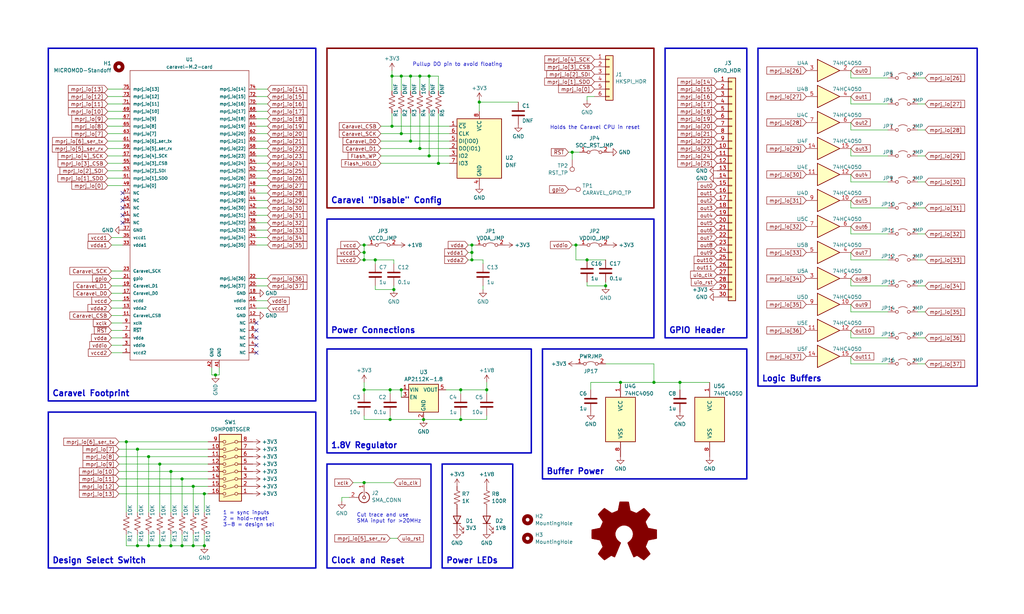
<source format=kicad_sch>
(kicad_sch (version 20230121) (generator eeschema)
  (paper "User" 350.012 210.007)
  (junction (at 212.09 130.81))
  (junction (at 146.685 53.34))
  (junction (at 46.99 186.69))
  (junction (at 54.61 186.69))
  (junction (at 137.16 133.35))
  (junction (at 143.51 50.8))
  (junction (at 62.23 186.69))
  (junction (at 161.29 88.9))
  (junction (at 149.86 55.88))
  (junction (at 144.78 143.51))
  (junction (at 134.62 99.06))
  (junction (at 157.48 143.51))
  (junction (at 50.8 156.21))
  (junction (at 157.48 133.35))
  (junction (at 200.66 88.9))
  (junction (at 223.52 130.81))
  (junction (at 161.29 83.82))
  (junction (at 58.42 186.69))
  (junction (at 43.18 151.13))
  (junction (at 128.27 88.9))
  (junction (at 69.85 186.69))
  (junction (at 46.99 153.67))
  (junction (at 58.42 161.29))
  (junction (at 66.04 186.69))
  (junction (at 133.35 143.51))
  (junction (at 133.35 133.35))
  (junction (at 133.985 26.035))
  (junction (at 196.85 83.82))
  (junction (at 163.83 34.925))
  (junction (at 62.23 163.83))
  (junction (at 124.46 165.1))
  (junction (at 73.66 128.27))
  (junction (at 166.37 133.35))
  (junction (at 124.46 133.35))
  (junction (at 124.46 86.36))
  (junction (at 133.985 43.18))
  (junction (at 161.29 86.36))
  (junction (at 140.335 26.035))
  (junction (at 50.8 186.69))
  (junction (at 140.335 48.26))
  (junction (at 69.85 168.91))
  (junction (at 54.61 158.75))
  (junction (at 137.16 26.035))
  (junction (at 137.16 45.72))
  (junction (at 195.58 52.07))
  (junction (at 143.51 26.035))
  (junction (at 232.41 130.81))
  (junction (at 207.01 97.79))
  (junction (at 66.04 166.37))
  (junction (at 146.685 26.035))
  (junction (at 124.46 88.9))
  (junction (at 124.46 83.82))
  (no_connect (at 41.91 66.04))
  (no_connect (at 87.63 113.03))
  (no_connect (at 41.91 76.2))
  (no_connect (at 41.91 68.58))
  (no_connect (at 41.91 73.66))
  (no_connect (at 87.63 120.65))
  (no_connect (at 41.91 71.12))
  (no_connect (at 87.63 110.49))
  (no_connect (at 87.63 118.11))
  (no_connect (at 87.63 115.57))
  (wire (pts (xy 146.685 26.035) (xy 146.685 31.115)))
  (wire (pts (xy 157.48 133.35) (xy 157.48 134.62)))
  (wire (pts (xy 124.46 133.35) (xy 133.35 133.35)))
  (wire (pts (xy 91.44 63.5) (xy 87.63 63.5)))
  (wire (pts (xy 290.83 124.46) (xy 303.53 124.46)))
  (wire (pts (xy 73.66 128.27) (xy 72.39 128.27)))
  (wire (pts (xy 74.93 128.27) (xy 73.66 128.27)))
  (wire (pts (xy 43.18 151.13) (xy 71.12 151.13)))
  (wire (pts (xy 207.01 88.9) (xy 200.66 88.9)))
  (wire (pts (xy 313.69 80.01) (xy 316.23 80.01)))
  (wire (pts (xy 130.175 55.88) (xy 149.86 55.88)))
  (wire (pts (xy 157.48 143.51) (xy 157.48 142.24)))
  (wire (pts (xy 91.44 30.48) (xy 87.63 30.48)))
  (wire (pts (xy 290.83 26.67) (xy 303.53 26.67)))
  (wire (pts (xy 133.985 24.13) (xy 133.985 26.035)))
  (wire (pts (xy 290.83 80.01) (xy 303.53 80.01)))
  (wire (pts (xy 290.83 44.45) (xy 303.53 44.45)))
  (wire (pts (xy 242.57 130.81) (xy 232.41 130.81)))
  (wire (pts (xy 290.83 115.57) (xy 303.53 115.57)))
  (wire (pts (xy 41.91 53.34) (xy 36.83 53.34)))
  (wire (pts (xy 91.44 45.72) (xy 87.63 45.72)))
  (wire (pts (xy 124.46 88.9) (xy 123.19 88.9)))
  (wire (pts (xy 160.02 88.9) (xy 161.29 88.9)))
  (wire (pts (xy 313.69 71.12) (xy 316.23 71.12)))
  (wire (pts (xy 124.46 133.35) (xy 124.46 134.62)))
  (wire (pts (xy 130.175 53.34) (xy 146.685 53.34)))
  (wire (pts (xy 40.64 153.67) (xy 46.99 153.67)))
  (wire (pts (xy 290.83 35.56) (xy 303.53 35.56)))
  (wire (pts (xy 137.16 45.72) (xy 137.16 38.735)))
  (wire (pts (xy 130.175 50.8) (xy 143.51 50.8)))
  (wire (pts (xy 200.66 97.79) (xy 200.66 96.52)))
  (wire (pts (xy 140.335 31.115) (xy 140.335 26.035)))
  (wire (pts (xy 41.91 33.02) (xy 36.83 33.02)))
  (wire (pts (xy 41.91 115.57) (xy 38.1 115.57)))
  (wire (pts (xy 137.16 26.035) (xy 140.335 26.035)))
  (wire (pts (xy 290.83 106.68) (xy 303.53 106.68)))
  (wire (pts (xy 128.27 88.9) (xy 128.27 90.17)))
  (wire (pts (xy 166.37 130.81) (xy 166.37 133.35)))
  (wire (pts (xy 232.41 130.81) (xy 232.41 133.35)))
  (wire (pts (xy 91.44 83.82) (xy 87.63 83.82)))
  (wire (pts (xy 41.91 102.87) (xy 38.1 102.87)))
  (wire (pts (xy 223.52 130.81) (xy 212.09 130.81)))
  (wire (pts (xy 50.8 156.21) (xy 50.8 175.26)))
  (wire (pts (xy 161.29 88.9) (xy 165.1 88.9)))
  (wire (pts (xy 66.04 166.37) (xy 66.04 175.26)))
  (wire (pts (xy 91.44 95.25) (xy 87.63 95.25)))
  (wire (pts (xy 46.99 186.69) (xy 43.18 186.69)))
  (wire (pts (xy 290.83 95.25) (xy 290.83 97.79)))
  (wire (pts (xy 91.44 53.34) (xy 87.63 53.34)))
  (wire (pts (xy 313.69 106.68) (xy 316.23 106.68)))
  (wire (pts (xy 160.02 86.36) (xy 161.29 86.36)))
  (wire (pts (xy 144.78 143.51) (xy 157.48 143.51)))
  (wire (pts (xy 149.86 55.88) (xy 149.86 38.735)))
  (wire (pts (xy 140.335 26.035) (xy 143.51 26.035)))
  (wire (pts (xy 69.85 168.91) (xy 69.85 175.26)))
  (wire (pts (xy 62.23 186.69) (xy 58.42 186.69)))
  (wire (pts (xy 290.83 68.58) (xy 290.83 71.12)))
  (wire (pts (xy 223.52 124.46) (xy 223.52 130.81)))
  (wire (pts (xy 290.83 121.92) (xy 290.83 124.46)))
  (wire (pts (xy 290.83 88.9) (xy 303.53 88.9)))
  (wire (pts (xy 41.91 120.65) (xy 38.1 120.65)))
  (wire (pts (xy 195.58 52.07) (xy 194.31 52.07)))
  (wire (pts (xy 134.62 99.06) (xy 134.62 97.79)))
  (wire (pts (xy 134.62 88.9) (xy 134.62 90.17)))
  (wire (pts (xy 41.91 35.56) (xy 36.83 35.56)))
  (wire (pts (xy 124.46 165.1) (xy 134.62 165.1)))
  (wire (pts (xy 133.35 133.35) (xy 133.35 134.62)))
  (wire (pts (xy 91.44 102.87) (xy 87.63 102.87)))
  (wire (pts (xy 124.46 130.81) (xy 124.46 133.35)))
  (wire (pts (xy 91.44 78.74) (xy 87.63 78.74)))
  (wire (pts (xy 74.93 125.73) (xy 74.93 128.27)))
  (wire (pts (xy 41.91 100.33) (xy 38.1 100.33)))
  (wire (pts (xy 58.42 186.69) (xy 54.61 186.69)))
  (wire (pts (xy 124.46 88.9) (xy 128.27 88.9)))
  (wire (pts (xy 313.69 53.34) (xy 316.23 53.34)))
  (wire (pts (xy 153.67 53.34) (xy 146.685 53.34)))
  (wire (pts (xy 313.69 26.67) (xy 316.23 26.67)))
  (wire (pts (xy 116.84 171.45) (xy 116.84 170.18)))
  (wire (pts (xy 69.85 186.69) (xy 66.04 186.69)))
  (wire (pts (xy 290.83 104.14) (xy 290.83 106.68)))
  (wire (pts (xy 41.91 113.03) (xy 38.1 113.03)))
  (wire (pts (xy 153.67 50.8) (xy 143.51 50.8)))
  (wire (pts (xy 313.69 124.46) (xy 316.23 124.46)))
  (wire (pts (xy 62.23 182.88) (xy 62.23 186.69)))
  (wire (pts (xy 313.69 35.56) (xy 316.23 35.56)))
  (wire (pts (xy 133.985 26.035) (xy 137.16 26.035)))
  (wire (pts (xy 290.83 41.91) (xy 290.83 44.45)))
  (wire (pts (xy 313.69 88.9) (xy 316.23 88.9)))
  (wire (pts (xy 54.61 186.69) (xy 50.8 186.69)))
  (wire (pts (xy 313.69 115.57) (xy 316.23 115.57)))
  (wire (pts (xy 41.91 107.95) (xy 38.1 107.95)))
  (wire (pts (xy 124.46 86.36) (xy 124.46 88.9)))
  (wire (pts (xy 207.01 97.79) (xy 200.66 97.79)))
  (wire (pts (xy 133.35 133.35) (xy 137.16 133.35)))
  (wire (pts (xy 128.27 99.06) (xy 128.27 97.79)))
  (wire (pts (xy 43.18 151.13) (xy 43.18 175.26)))
  (wire (pts (xy 137.16 133.35) (xy 137.16 135.89)))
  (wire (pts (xy 41.91 40.64) (xy 36.83 40.64)))
  (wire (pts (xy 207.01 124.46) (xy 223.52 124.46)))
  (wire (pts (xy 165.1 99.06) (xy 165.1 97.79)))
  (wire (pts (xy 41.91 118.11) (xy 38.1 118.11)))
  (wire (pts (xy 43.18 182.88) (xy 43.18 186.69)))
  (wire (pts (xy 313.69 97.79) (xy 316.23 97.79)))
  (wire (pts (xy 41.91 48.26) (xy 36.83 48.26)))
  (wire (pts (xy 153.67 43.18) (xy 133.985 43.18)))
  (wire (pts (xy 58.42 161.29) (xy 58.42 175.26)))
  (wire (pts (xy 91.44 76.2) (xy 87.63 76.2)))
  (wire (pts (xy 130.175 43.18) (xy 133.985 43.18)))
  (wire (pts (xy 146.685 26.035) (xy 143.51 26.035)))
  (wire (pts (xy 66.04 182.88) (xy 66.04 186.69)))
  (wire (pts (xy 130.175 48.26) (xy 140.335 48.26)))
  (wire (pts (xy 212.09 130.81) (xy 201.93 130.81)))
  (wire (pts (xy 66.04 186.69) (xy 62.23 186.69)))
  (wire (pts (xy 41.91 92.71) (xy 38.1 92.71)))
  (wire (pts (xy 200.66 34.29) (xy 200.66 33.02)))
  (wire (pts (xy 290.83 86.36) (xy 290.83 88.9)))
  (wire (pts (xy 41.91 81.28) (xy 38.1 81.28)))
  (wire (pts (xy 72.39 128.27) (xy 72.39 125.73)))
  (wire (pts (xy 133.35 184.15) (xy 135.89 184.15)))
  (wire (pts (xy 161.29 86.36) (xy 161.29 83.82)))
  (wire (pts (xy 165.1 88.9) (xy 165.1 90.17)))
  (wire (pts (xy 41.91 45.72) (xy 36.83 45.72)))
  (wire (pts (xy 40.64 161.29) (xy 58.42 161.29)))
  (wire (pts (xy 195.58 54.61) (xy 195.58 52.07)))
  (wire (pts (xy 54.61 158.75) (xy 54.61 175.26)))
  (wire (pts (xy 133.35 143.51) (xy 144.78 143.51)))
  (wire (pts (xy 46.99 182.88) (xy 46.99 186.69)))
  (wire (pts (xy 290.83 77.47) (xy 290.83 80.01)))
  (wire (pts (xy 290.83 59.69) (xy 290.83 62.23)))
  (wire (pts (xy 66.04 166.37) (xy 71.12 166.37)))
  (wire (pts (xy 166.37 133.35) (xy 166.37 134.62)))
  (wire (pts (xy 290.83 97.79) (xy 303.53 97.79)))
  (wire (pts (xy 46.99 153.67) (xy 46.99 175.26)))
  (wire (pts (xy 124.46 83.82) (xy 124.46 86.36)))
  (wire (pts (xy 41.91 43.18) (xy 36.83 43.18)))
  (wire (pts (xy 290.83 71.12) (xy 303.53 71.12)))
  (wire (pts (xy 50.8 182.88) (xy 50.8 186.69)))
  (wire (pts (xy 133.985 31.115) (xy 133.985 26.035)))
  (wire (pts (xy 58.42 161.29) (xy 71.12 161.29)))
  (wire (pts (xy 69.85 168.91) (xy 71.12 168.91)))
  (wire (pts (xy 69.85 182.88) (xy 69.85 186.69)))
  (wire (pts (xy 196.85 83.82) (xy 198.12 83.82)))
  (wire (pts (xy 146.685 53.34) (xy 146.685 38.735)))
  (wire (pts (xy 40.64 166.37) (xy 66.04 166.37)))
  (wire (pts (xy 41.91 97.79) (xy 38.1 97.79)))
  (wire (pts (xy 153.67 55.88) (xy 149.86 55.88)))
  (wire (pts (xy 41.91 60.96) (xy 36.83 60.96)))
  (wire (pts (xy 50.8 186.69) (xy 46.99 186.69)))
  (wire (pts (xy 124.46 83.82) (xy 125.73 83.82)))
  (wire (pts (xy 200.66 33.02) (xy 203.2 33.02)))
  (wire (pts (xy 143.51 50.8) (xy 143.51 38.735)))
  (wire (pts (xy 153.67 48.26) (xy 140.335 48.26)))
  (wire (pts (xy 41.91 63.5) (xy 36.83 63.5)))
  (wire (pts (xy 46.99 153.67) (xy 71.12 153.67)))
  (wire (pts (xy 41.91 30.48) (xy 36.83 30.48)))
  (wire (pts (xy 160.02 83.82) (xy 161.29 83.82)))
  (wire (pts (xy 140.335 48.26) (xy 140.335 38.735)))
  (wire (pts (xy 91.44 58.42) (xy 87.63 58.42)))
  (wire (pts (xy 91.44 38.1) (xy 87.63 38.1)))
  (wire (pts (xy 91.44 105.41) (xy 87.63 105.41)))
  (wire (pts (xy 130.175 45.72) (xy 137.16 45.72)))
  (wire (pts (xy 41.91 55.88) (xy 36.83 55.88)))
  (wire (pts (xy 91.44 48.26) (xy 87.63 48.26)))
  (wire (pts (xy 120.65 165.1) (xy 124.46 165.1)))
  (wire (pts (xy 149.86 26.035) (xy 146.685 26.035)))
  (wire (pts (xy 290.83 62.23) (xy 303.53 62.23)))
  (wire (pts (xy 91.44 50.8) (xy 87.63 50.8)))
  (wire (pts (xy 166.37 143.51) (xy 157.48 143.51)))
  (wire (pts (xy 200.66 88.9) (xy 196.85 88.9)))
  (wire (pts (xy 40.64 151.13) (xy 43.18 151.13)))
  (wire (pts (xy 91.44 71.12) (xy 87.63 71.12)))
  (wire (pts (xy 133.985 43.18) (xy 133.985 38.735)))
  (wire (pts (xy 41.91 38.1) (xy 36.83 38.1)))
  (wire (pts (xy 124.46 143.51) (xy 124.46 142.24)))
  (wire (pts (xy 133.35 142.24) (xy 133.35 143.51)))
  (wire (pts (xy 133.35 143.51) (xy 124.46 143.51)))
  (wire (pts (xy 41.91 105.41) (xy 38.1 105.41)))
  (wire (pts (xy 163.83 34.925) (xy 177.165 34.925)))
  (wire (pts (xy 290.83 24.13) (xy 290.83 26.67)))
  (wire (pts (xy 157.48 133.35) (xy 166.37 133.35)))
  (wire (pts (xy 54.61 182.88) (xy 54.61 186.69)))
  (wire (pts (xy 207.01 96.52) (xy 207.01 97.79)))
  (wire (pts (xy 91.44 97.79) (xy 87.63 97.79)))
  (wire (pts (xy 134.62 99.06) (xy 128.27 99.06)))
  (wire (pts (xy 195.58 83.82) (xy 196.85 83.82)))
  (wire (pts (xy 163.83 34.925) (xy 163.83 38.1)))
  (wire (pts (xy 41.91 83.82) (xy 38.1 83.82)))
  (wire (pts (xy 201.93 130.81) (xy 201.93 133.35)))
  (wire (pts (xy 40.64 158.75) (xy 54.61 158.75)))
  (wire (pts (xy 58.42 182.88) (xy 58.42 186.69)))
  (wire (pts (xy 91.44 81.28) (xy 87.63 81.28)))
  (wire (pts (xy 91.44 43.18) (xy 87.63 43.18)))
  (wire (pts (xy 143.51 26.035) (xy 143.51 31.115)))
  (wire (pts (xy 290.83 53.34) (xy 303.53 53.34)))
  (wire (pts (xy 223.52 130.81) (xy 232.41 130.81)))
  (wire (pts (xy 91.44 68.58) (xy 87.63 68.58)))
  (wire (pts (xy 91.44 60.96) (xy 87.63 60.96)))
  (wire (pts (xy 62.23 163.83) (xy 71.12 163.83)))
  (wire (pts (xy 41.91 58.42) (xy 36.83 58.42)))
  (wire (pts (xy 313.69 62.23) (xy 316.23 62.23)))
  (wire (pts (xy 91.44 40.64) (xy 87.63 40.64)))
  (wire (pts (xy 40.64 168.91) (xy 69.85 168.91)))
  (wire (pts (xy 166.37 142.24) (xy 166.37 143.51)))
  (wire (pts (xy 137.16 26.035) (xy 137.16 31.115)))
  (wire (pts (xy 91.44 73.66) (xy 87.63 73.66)))
  (wire (pts (xy 149.86 31.115) (xy 149.86 26.035)))
  (wire (pts (xy 195.58 52.07) (xy 198.12 52.07)))
  (wire (pts (xy 161.29 83.82) (xy 162.56 83.82)))
  (wire (pts (xy 40.64 163.83) (xy 62.23 163.83)))
  (wire (pts (xy 91.44 66.04) (xy 87.63 66.04)))
  (wire (pts (xy 41.91 95.25) (xy 38.1 95.25)))
  (wire (pts (xy 196.85 83.82) (xy 196.85 88.9)))
  (wire (pts (xy 128.27 88.9) (xy 134.62 88.9)))
  (wire (pts (xy 153.67 45.72) (xy 137.16 45.72)))
  (wire (pts (xy 41.91 110.49) (xy 38.1 110.49)))
  (wire (pts (xy 54.61 158.75) (xy 71.12 158.75)))
  (wire (pts (xy 116.84 170.18) (xy 119.38 170.18)))
  (wire (pts (xy 290.83 113.03) (xy 290.83 115.57)))
  (wire (pts (xy 50.8 156.21) (xy 71.12 156.21)))
  (wire (pts (xy 91.44 35.56) (xy 87.63 35.56)))
  (wire (pts (xy 40.64 156.21) (xy 50.8 156.21)))
  (wire (pts (xy 161.29 88.9) (xy 161.29 86.36)))
  (wire (pts (xy 290.83 33.02) (xy 290.83 35.56)))
  (wire (pts (xy 62.23 163.83) (xy 62.23 175.26)))
  (wire (pts (xy 124.46 86.36) (xy 123.19 86.36)))
  (wire (pts (xy 313.69 44.45) (xy 316.23 44.45)))
  (wire (pts (xy 123.19 83.82) (xy 124.46 83.82)))
  (wire (pts (xy 163.83 34.29) (xy 163.83 34.925)))
  (wire (pts (xy 152.4 133.35) (xy 157.48 133.35)))
  (wire (pts (xy 41.91 50.8) (xy 36.83 50.8)))
  (wire (pts (xy 290.83 50.8) (xy 290.83 53.34)))
  (wire (pts (xy 91.44 55.88) (xy 87.63 55.88)))
  (wire (pts (xy 91.44 33.02) (xy 87.63 33.02)))
  (rectangle (start 151.13 158.75) (end 175.26 194.31) (stroke (width 0.5)))
  (rectangle (start 227.33 16.51) (end 255.27 115.57) (stroke (width 0.5)))
  (rectangle (start 111.76 119.38) (end 181.61 154.94) (stroke (width 0.5)))
  (rectangle (start 111.76 158.75) (end 147.32 194.31) (stroke (width 0.5)))
  (rectangle (start 185.42 119.38) (end 255.27 163.83) (stroke (width 0.5)))
  (rectangle (start 16.51 140.97) (end 107.95 194.31) (stroke (width 0.5)))
  (rectangle (start 259.08 16.51) (end 334.01 132.08) (stroke (width 0.5)))
  (rectangle (start 16.51 16.51) (end 107.95 137.16) (stroke (width 0.5)))
  (rectangle (start 111.76 74.93) (end 223.52 115.57) (stroke (width 0.5)))
  (rectangle (start 111.76 16.51) (end 223.52 71.12) (stroke (width 0.5) (color 132 0 0 1)))
  (text "Power Connections" (at 113.03 114.3 0) (effects (font (size 2 2) (thickness 0.4) bold) (justify left bottom)))
  (text "Caravel Footprint" (at 17.78 135.89 0) (effects (font (size 2 2) (thickness 0.4) bold) (justify left bottom)))
  (text "Power LEDs" (at 152.4 193.04 0) (effects (font (size 2 2) (thickness 0.4) bold) (justify left bottom)))
  (text "1.8V Regulator" (at 113.03 153.67 0) (effects (font (size 2 2) (thickness 0.4) bold) (justify left bottom)))
  (text "Buffer Power" (at 186.69 162.56 0) (effects (font (size 2 2) (thickness 0.4) bold) (justify left bottom)))
  (text "Design Select Switch" (at 17.78 193.04 0) (effects (font (size 2 2) (thickness 0.4) bold) (justify left bottom)))
  (text "Logic Buffers" (at 260.35 130.81 0) (effects (font (size 2 2) (thickness 0.4) bold) (justify left bottom)))
  (text "Caravel \"Disable\" Config" (at 113.03 69.85 0) (effects (font (size 2 2) (thickness 0.4) bold) (justify left bottom)))
  (text "Cut trace and use\nSMA input for >20MHz" (at 121.92 179.07 0) (effects (font (size 1.27 1.27)) (justify left bottom)))
  (text "Pullup DO pin to avoid floating" (at 140.97 22.86 0) (effects (font (size 1.27 1.27)) (justify left bottom)))
  (text "Clock and Reset" (at 113.03 193.04 0) (effects (font (size 2 2) (thickness 0.4) bold) (justify left bottom)))
  (text "GPIO Header" (at 228.6 114.3 0) (effects (font (size 2 2) (thickness 0.4) bold) (justify left bottom)))
  (text "1 = sync inputs\n2 = hold-reset\n3-8 = design sel" (at 76.2 180.34 0) (effects (font (size 1.27 1.27)) (justify left bottom)))
  (text "Holds the Caravel CPU in reset" (at 187.96 44.45 0) (effects (font (size 1.27 1.27)) (justify left bottom)))
  (global_label "mprj_io[30]" (shape input) (at 91.44 71.12 0) (property "Intersheetrefs" "${INTERSHEET_REFS}" (effects hide)))
  (global_label "mprj_io[13]" (shape input) (at 36.83 30.48 180) (property "Intersheetrefs" "${INTERSHEET_REFS}" (effects hide)))
  (global_label "mprj_io[33]" (shape input) (at 275.59 86.36 180) (property "Intersheetrefs" "${INTERSHEET_REFS}" (effects hide)))
  (global_label "out2" (shape input) (at 245.11 68.58 180) (property "Intersheetrefs" "${INTERSHEET_REFS}" (effects hide)))
  (global_label "mprj_io[11]" (shape input) (at 40.64 163.83 180) (property "Intersheetrefs" "${INTERSHEET_REFS}" (effects hide)))
  (global_label "mprj_io[27]" (shape input) (at 316.23 35.56 0) (property "Intersheetrefs" "${INTERSHEET_REFS}" (effects hide)))
  (global_label "uio_rst" (shape input) (at 135.89 184.15 0) (property "Intersheetrefs" "${INTERSHEET_REFS}" (effects hide)))
  (global_label "mprj_io[13]" (shape input) (at 40.64 168.91 180) (property "Intersheetrefs" "${INTERSHEET_REFS}" (effects hide)))
  (global_label "vdda" (shape input) (at 38.1 115.57 180) (property "Intersheetrefs" "${INTERSHEET_REFS}" (effects hide)))
  (global_label "mprj_io[33]" (shape input) (at 316.23 88.9 0) (property "Intersheetrefs" "${INTERSHEET_REFS}" (effects hide)))
  (global_label "mprj_io[7]" (shape input) (at 40.64 153.67 180) (property "Intersheetrefs" "${INTERSHEET_REFS}" (effects hide)))
  (global_label "mprj_io[18]" (shape input) (at 245.11 38.1 180) (property "Intersheetrefs" "${INTERSHEET_REFS}" (effects hide)))
  (global_label "mprj_io[27]" (shape input) (at 91.44 63.5 0) (property "Intersheetrefs" "${INTERSHEET_REFS}" (effects hide)))
  (global_label "out0" (shape input) (at 290.83 24.13 0) (property "Intersheetrefs" "${INTERSHEET_REFS}" (effects hide)))
  (global_label "mprj_io[7]" (shape input) (at 36.83 45.72 180) (property "Intersheetrefs" "${INTERSHEET_REFS}" (effects hide)))
  (global_label "mprj_io[34]" (shape input) (at 316.23 97.79 0) (property "Intersheetrefs" "${INTERSHEET_REFS}" (effects hide)))
  (global_label "mprj_io[9]" (shape input) (at 40.64 158.75 180) (property "Intersheetrefs" "${INTERSHEET_REFS}" (effects hide)))
  (global_label "mprj_io[31]" (shape input) (at 316.23 71.12 0) (property "Intersheetrefs" "${INTERSHEET_REFS}" (effects hide)))
  (global_label "vdda2" (shape input) (at 160.02 88.9 180) (property "Intersheetrefs" "${INTERSHEET_REFS}" (effects hide)))
  (global_label "mprj_io[20]" (shape input) (at 245.11 43.18 180) (property "Intersheetrefs" "${INTERSHEET_REFS}" (effects hide)))
  (global_label "mprj_io[6]_ser_tx" (shape input) (at 36.83 48.26 180) (property "Intersheetrefs" "${INTERSHEET_REFS}" (effects hide)))
  (global_label "out10" (shape input) (at 245.11 88.9 180) (property "Intersheetrefs" "${INTERSHEET_REFS}" (effects hide)))
  (global_label "uio_rst" (shape input) (at 245.11 96.52 180) (property "Intersheetrefs" "${INTERSHEET_REFS}" (effects hide)))
  (global_label "mprj_io[5]_ser_rx" (shape input) (at 36.83 50.8 180) (property "Intersheetrefs" "${INTERSHEET_REFS}" (effects hide)))
  (global_label "mprj_io[2]_SDI" (shape input) (at 203.2 25.4 180) (property "Intersheetrefs" "${INTERSHEET_REFS}" (effects hide)))
  (global_label "mprj_io[30]" (shape input) (at 316.23 62.23 0) (property "Intersheetrefs" "${INTERSHEET_REFS}" (effects hide)))
  (global_label "Caravel_D1" (shape input) (at 38.1 97.79 180) (property "Intersheetrefs" "${INTERSHEET_REFS}" (effects hide)))
  (global_label "mprj_io[8]" (shape input) (at 40.64 156.21 180) (property "Intersheetrefs" "${INTERSHEET_REFS}" (effects hide)))
  (global_label "Caravel_CSB" (shape input) (at 130.175 43.18 180) (property "Intersheetrefs" "${INTERSHEET_REFS}" (effects hide)))
  (global_label "mprj_io[16]" (shape input) (at 91.44 35.56 0) (property "Intersheetrefs" "${INTERSHEET_REFS}" (effects hide)))
  (global_label "mprj_io[0]" (shape input) (at 203.2 30.48 180) (property "Intersheetrefs" "${INTERSHEET_REFS}" (effects hide)))
  (global_label "mprj_io[34]" (shape input) (at 91.44 81.28 0) (property "Intersheetrefs" "${INTERSHEET_REFS}" (effects hide)))
  (global_label "out8" (shape input) (at 245.11 83.82 180) (property "Intersheetrefs" "${INTERSHEET_REFS}" (effects hide)))
  (global_label "mprj_io[32]" (shape input) (at 91.44 76.2 0) (property "Intersheetrefs" "${INTERSHEET_REFS}" (effects hide)))
  (global_label "mprj_io[8]" (shape input) (at 36.83 43.18 180) (property "Intersheetrefs" "${INTERSHEET_REFS}" (effects hide)))
  (global_label "mprj_io[32]" (shape input) (at 316.23 80.01 0) (property "Intersheetrefs" "${INTERSHEET_REFS}" (effects hide)))
  (global_label "mprj_io[21]" (shape input) (at 91.44 48.26 0) (property "Intersheetrefs" "${INTERSHEET_REFS}" (effects hide)))
  (global_label "vdda2" (shape input) (at 38.1 105.41 180) (property "Intersheetrefs" "${INTERSHEET_REFS}" (effects hide)))
  (global_label "vccd" (shape input) (at 38.1 102.87 180) (property "Intersheetrefs" "${INTERSHEET_REFS}" (effects hide)))
  (global_label "vdda1" (shape input) (at 160.02 86.36 180) (property "Intersheetrefs" "${INTERSHEET_REFS}" (effects hide)))
  (global_label "mprj_io[28]" (shape input) (at 316.23 44.45 0) (property "Intersheetrefs" "${INTERSHEET_REFS}" (effects hide)))
  (global_label "mprj_io[29]" (shape input) (at 275.59 50.8 180) (property "Intersheetrefs" "${INTERSHEET_REFS}" (effects hide)))
  (global_label "mprj_io[33]" (shape input) (at 91.44 78.74 0) (property "Intersheetrefs" "${INTERSHEET_REFS}" (effects hide)))
  (global_label "mprj_io[19]" (shape input) (at 245.11 40.64 180) (property "Intersheetrefs" "${INTERSHEET_REFS}" (effects hide)))
  (global_label "mprj_io[19]" (shape input) (at 91.44 43.18 0) (property "Intersheetrefs" "${INTERSHEET_REFS}" (effects hide)))
  (global_label "mprj_io[12]" (shape input) (at 36.83 33.02 180) (property "Intersheetrefs" "${INTERSHEET_REFS}" (effects hide)))
  (global_label "mprj_io[1]_SDO" (shape input) (at 203.2 27.94 180) (property "Intersheetrefs" "${INTERSHEET_REFS}" (effects hide)))
  (global_label "mprj_io[14]" (shape input) (at 245.11 27.94 180) (property "Intersheetrefs" "${INTERSHEET_REFS}" (effects hide)))
  (global_label "mprj_io[36]" (shape input) (at 275.59 113.03 180) (property "Intersheetrefs" "${INTERSHEET_REFS}" (effects hide)))
  (global_label "mprj_io[28]" (shape input) (at 275.59 41.91 180) (property "Intersheetrefs" "${INTERSHEET_REFS}" (effects hide)))
  (global_label "out11" (shape input) (at 290.83 121.92 0) (property "Intersheetrefs" "${INTERSHEET_REFS}" (effects hide)))
  (global_label "mprj_io[26]" (shape input) (at 91.44 60.96 0) (property "Intersheetrefs" "${INTERSHEET_REFS}" (effects hide)))
  (global_label "mprj_io[28]" (shape input) (at 91.44 66.04 0) (property "Intersheetrefs" "${INTERSHEET_REFS}" (effects hide)))
  (global_label "vccd2" (shape input) (at 38.1 120.65 180) (property "Intersheetrefs" "${INTERSHEET_REFS}" (effects hide)))
  (global_label "out2" (shape input) (at 290.83 41.91 0) (property "Intersheetrefs" "${INTERSHEET_REFS}" (effects hide)))
  (global_label "mprj_io[23]" (shape input) (at 245.11 50.8 180) (property "Intersheetrefs" "${INTERSHEET_REFS}" (effects hide)))
  (global_label "out3" (shape input) (at 245.11 71.12 180) (property "Intersheetrefs" "${INTERSHEET_REFS}" (effects hide)))
  (global_label "mprj_io[36]" (shape input) (at 316.23 115.57 0) (property "Intersheetrefs" "${INTERSHEET_REFS}" (effects hide)))
  (global_label "mprj_io[35]" (shape input) (at 316.23 106.68 0) (property "Intersheetrefs" "${INTERSHEET_REFS}" (effects hide)))
  (global_label "vccd" (shape input) (at 91.44 105.41 0) (property "Intersheetrefs" "${INTERSHEET_REFS}" (effects hide)))
  (global_label "mprj_io[22]" (shape input) (at 91.44 50.8 0) (property "Intersheetrefs" "${INTERSHEET_REFS}" (effects hide)))
  (global_label "Caravel_D1" (shape input) (at 130.175 50.8 180) (property "Intersheetrefs" "${INTERSHEET_REFS}" (effects hide)))
  (global_label "mprj_io[12]" (shape input) (at 40.64 166.37 180) (property "Intersheetrefs" "${INTERSHEET_REFS}" (effects hide)))
  (global_label "mprj_io[29]" (shape input) (at 316.23 53.34 0) (property "Intersheetrefs" "${INTERSHEET_REFS}" (effects hide)))
  (global_label "mprj_io[20]" (shape input) (at 91.44 45.72 0) (property "Intersheetrefs" "${INTERSHEET_REFS}" (effects hide)))
  (global_label "out4" (shape input) (at 290.83 59.69 0) (property "Intersheetrefs" "${INTERSHEET_REFS}" (effects hide)))
  (global_label "vccd2" (shape input) (at 123.19 88.9 180) (property "Intersheetrefs" "${INTERSHEET_REFS}" (effects hide)))
  (global_label "mprj_io[26]" (shape input) (at 275.59 24.13 180) (property "Intersheetrefs" "${INTERSHEET_REFS}" (effects hide)))
  (global_label "out6" (shape input) (at 245.11 78.74 180) (property "Intersheetrefs" "${INTERSHEET_REFS}" (effects hide)))
  (global_label "mprj_io[17]" (shape input) (at 91.44 38.1 0) (property "Intersheetrefs" "${INTERSHEET_REFS}" (effects hide)))
  (global_label "uio_clk" (shape input) (at 134.62 165.1 0) (property "Intersheetrefs" "${INTERSHEET_REFS}" (effects hide)))
  (global_label "mprj_io[2]_SDI" (shape input) (at 36.83 58.42 180) (property "Intersheetrefs" "${INTERSHEET_REFS}" (effects hide)))
  (global_label "mprj_io[3]_CSB" (shape input) (at 203.2 22.86 180) (property "Intersheetrefs" "${INTERSHEET_REFS}" (effects hide)))
  (global_label "Caravel_SCK" (shape input) (at 130.175 45.72 180) (property "Intersheetrefs" "${INTERSHEET_REFS}" (effects hide)))
  (global_label "mprj_io[4]_SCK" (shape input) (at 36.83 53.34 180) (property "Intersheetrefs" "${INTERSHEET_REFS}" (effects hide)))
  (global_label "mprj_io[22]" (shape input) (at 245.11 48.26 180) (property "Intersheetrefs" "${INTERSHEET_REFS}" (effects hide)))
  (global_label "mprj_io[9]" (shape input) (at 36.83 40.64 180) (property "Intersheetrefs" "${INTERSHEET_REFS}" (effects hide)))
  (global_label "mprj_io[1]_SDO" (shape input) (at 36.83 60.96 180) (property "Intersheetrefs" "${INTERSHEET_REFS}" (effects hide)))
  (global_label "Caravel_D0" (shape input) (at 38.1 100.33 180) (property "Intersheetrefs" "${INTERSHEET_REFS}" (effects hide)))
  (global_label "vdda" (shape input) (at 160.02 83.82 180) (property "Intersheetrefs" "${INTERSHEET_REFS}" (effects hide)))
  (global_label "Flash_WP" (shape input) (at 130.175 53.34 180) (property "Intersheetrefs" "${INTERSHEET_REFS}" (effects hide)))
  (global_label "mprj_io[15]" (shape input) (at 91.44 33.02 0) (property "Intersheetrefs" "${INTERSHEET_REFS}" (effects hide)))
  (global_label "out0" (shape input) (at 245.11 63.5 180) (property "Intersheetrefs" "${INTERSHEET_REFS}" (effects hide)))
  (global_label "mprj_io[24]" (shape input) (at 245.11 53.34 180) (property "Intersheetrefs" "${INTERSHEET_REFS}" (effects hide)))
  (global_label "out9" (shape input) (at 290.83 104.14 0) (property "Intersheetrefs" "${INTERSHEET_REFS}" (effects hide)))
  (global_label "out11" (shape input) (at 245.11 91.44 180) (property "Intersheetrefs" "${INTERSHEET_REFS}" (effects hide)))
  (global_label "mprj_io[35]" (shape input) (at 91.44 83.82 0) (property "Intersheetrefs" "${INTERSHEET_REFS}" (effects hide)))
  (global_label "mprj_io[17]" (shape input) (at 245.11 35.56 180) (property "Intersheetrefs" "${INTERSHEET_REFS}" (effects hide)))
  (global_label "vdda1" (shape input) (at 38.1 83.82 180) (property "Intersheetrefs" "${INTERSHEET_REFS}" (effects hide)))
  (global_label "gpio" (shape input) (at 194.31 64.77 180) (property "Intersheetrefs" "${INTERSHEET_REFS}" (effects hide)))
  (global_label "out1" (shape input) (at 245.11 66.04 180) (property "Intersheetrefs" "${INTERSHEET_REFS}" (effects hide)))
  (global_label "vddio" (shape input) (at 38.1 118.11 180) (property "Intersheetrefs" "${INTERSHEET_REFS}" (effects hide)))
  (global_label "Flash_HOLD" (shape input) (at 130.175 55.88 180) (property "Intersheetrefs" "${INTERSHEET_REFS}" (effects hide)))
  (global_label "out5" (shape input) (at 290.83 68.58 0) (property "Intersheetrefs" "${INTERSHEET_REFS}" (effects hide)))
  (global_label "mprj_io[3]_CSB" (shape input) (at 36.83 55.88 180) (property "Intersheetrefs" "${INTERSHEET_REFS}" (effects hide)))
  (global_label "mprj_io[32]" (shape input) (at 275.59 77.47 180) (property "Intersheetrefs" "${INTERSHEET_REFS}" (effects hide)))
  (global_label "~{RST}" (shape input) (at 38.1 113.03 180) (property "Intersheetrefs" "${INTERSHEET_REFS}" (effects hide)))
  (global_label "mprj_io[31]" (shape input) (at 91.44 73.66 0) (property "Intersheetrefs" "${INTERSHEET_REFS}" (effects hide)))
  (global_label "out6" (shape input) (at 290.83 77.47 0) (property "Intersheetrefs" "${INTERSHEET_REFS}" (effects hide)))
  (global_label "out3" (shape input) (at 290.83 50.8 0) (property "Intersheetrefs" "${INTERSHEET_REFS}" (effects hide)))
  (global_label "mprj_io[11]" (shape input) (at 36.83 35.56 180) (property "Intersheetrefs" "${INTERSHEET_REFS}" (effects hide)))
  (global_label "mprj_io[25]" (shape input) (at 91.44 58.42 0) (property "Intersheetrefs" "${INTERSHEET_REFS}" (effects hide)))
  (global_label "vccd" (shape input) (at 123.19 83.82 180) (property "Intersheetrefs" "${INTERSHEET_REFS}" (effects hide)))
  (global_label "mprj_io[25]" (shape input) (at 245.11 55.88 180) (property "Intersheetrefs" "${INTERSHEET_REFS}" (effects hide)))
  (global_label "mprj_io[26]" (shape input) (at 316.23 26.67 0) (property "Intersheetrefs" "${INTERSHEET_REFS}" (effects hide)))
  (global_label "mprj_io[10]" (shape input) (at 36.83 38.1 180) (property "Intersheetrefs" "${INTERSHEET_REFS}" (effects hide)))
  (global_label "out7" (shape input) (at 245.11 81.28 180) (property "Intersheetrefs" "${INTERSHEET_REFS}" (effects hide)))
  (global_label "out4" (shape input) (at 245.11 73.66 180) (property "Intersheetrefs" "${INTERSHEET_REFS}" (effects hide)))
  (global_label "mprj_io[10]" (shape input) (at 40.64 161.29 180) (property "Intersheetrefs" "${INTERSHEET_REFS}" (effects hide)))
  (global_label "Caravel_CSB" (shape input) (at 38.1 107.95 180) (property "Intersheetrefs" "${INTERSHEET_REFS}" (effects hide)))
  (global_label "mprj_io[36]" (shape input) (at 91.44 95.25 0) (property "Intersheetrefs" "${INTERSHEET_REFS}" (effects hide)))
  (global_label "mprj_io[4]_SCK" (shape input) (at 203.2 20.32 180) (property "Intersheetrefs" "${INTERSHEET_REFS}" (effects hide)))
  (global_label "out9" (shape input) (at 245.11 86.36 180) (property "Intersheetrefs" "${INTERSHEET_REFS}" (effects hide)))
  (global_label "mprj_io[14]" (shape input) (at 91.44 30.48 0) (property "Intersheetrefs" "${INTERSHEET_REFS}" (effects hide)))
  (global_label "out1" (shape input) (at 290.83 33.02 0) (property "Intersheetrefs" "${INTERSHEET_REFS}" (effects hide)))
  (global_label "mprj_io[15]" (shape input) (at 245.11 30.48 180) (property "Intersheetrefs" "${INTERSHEET_REFS}" (effects hide)))
  (global_label "out7" (shape input) (at 290.83 86.36 0) (property "Intersheetrefs" "${INTERSHEET_REFS}" (effects hide)))
  (global_label "mprj_io[37]" (shape input) (at 275.59 121.92 180) (property "Intersheetrefs" "${INTERSHEET_REFS}" (effects hide)))
  (global_label "out10" (shape input) (at 290.83 113.03 0) (property "Intersheetrefs" "${INTERSHEET_REFS}" (effects hide)))
  (global_label "mprj_io[31]" (shape input) (at 275.59 68.58 180) (property "Intersheetrefs" "${INTERSHEET_REFS}" (effects hide)))
  (global_label "mprj_io[23]" (shape input) (at 91.44 53.34 0) (property "Intersheetrefs" "${INTERSHEET_REFS}" (effects hide)))
  (global_label "mprj_io[18]" (shape input) (at 91.44 40.64 0) (property "Intersheetrefs" "${INTERSHEET_REFS}" (effects hide)))
  (global_label "vddio" (shape input) (at 195.58 83.82 180) (property "Intersheetrefs" "${INTERSHEET_REFS}" (effects hide)))
  (global_label "mprj_io[0]" (shape input) (at 36.83 63.5 180) (property "Intersheetrefs" "${INTERSHEET_REFS}" (effects hide)))
  (global_label "mprj_io[21]" (shape input) (at 245.11 45.72 180) (property "Intersheetrefs" "${INTERSHEET_REFS}" (effects hide)))
  (global_label "out5" (shape input) (at 245.11 76.2 180) (property "Intersheetrefs" "${INTERSHEET_REFS}" (effects hide)))
  (global_label "Caravel_D0" (shape input) (at 130.175 48.26 180) (property "Intersheetrefs" "${INTERSHEET_REFS}" (effects hide)))
  (global_label "vddio" (shape input) (at 91.44 102.87 0) (property "Intersheetrefs" "${INTERSHEET_REFS}" (effects hide)))
  (global_label "mprj_io[35]" (shape input) (at 275.59 104.14 180) (property "Intersheetrefs" "${INTERSHEET_REFS}" (effects hide)))
  (global_label "mprj_io[29]" (shape input) (at 91.44 68.58 0) (property "Intersheetrefs" "${INTERSHEET_REFS}" (effects hide)))
  (global_label "mprj_io[6]_ser_tx" (shape input) (at 40.64 151.13 180) (property "Intersheetrefs" "${INTERSHEET_REFS}" (effects hide)))
  (global_label "uio_clk" (shape input) (at 245.11 93.98 180) (property "Intersheetrefs" "${INTERSHEET_REFS}" (effects hide)))
  (global_label "vccd1" (shape input) (at 123.19 86.36 180) (property "Intersheetrefs" "${INTERSHEET_REFS}" (effects hide)))
  (global_label "mprj_io[34]" (shape input) (at 275.59 95.25 180) (property "Intersheetrefs" "${INTERSHEET_REFS}" (effects hide)))
  (global_label "out8" (shape input) (at 290.83 95.25 0) (property "Intersheetrefs" "${INTERSHEET_REFS}" (effects hide)))
  (global_label "vccd1" (shape input) (at 38.1 81.28 180) (property "Intersheetrefs" "${INTERSHEET_REFS}" (effects hide)))
  (global_label "mprj_io[30]" (shape input) (at 275.59 59.69 180) (property "Intersheetrefs" "${INTERSHEET_REFS}" (effects hide)))
  (global_label "xclk" (shape input) (at 120.65 165.1 180) (property "Intersheetrefs" "${INTERSHEET_REFS}" (effects hide)))
  (global_label "xclk" (shape input) (at 38.1 110.49 180) (property "Intersheetrefs" "${INTERSHEET_REFS}" (effects hide)))
  (global_label "mprj_io[37]" (shape input) (at 316.23 124.46 0) (property "Intersheetrefs" "${INTERSHEET_REFS}" (effects hide)))
  (global_label "mprj_io[16]" (shape input) (at 245.11 33.02 180) (property "Intersheetrefs" "${INTERSHEET_REFS}" (effects hide)))
  (global_label "gpio" (shape input) (at 38.1 95.25 180) (property "Intersheetrefs" "${INTERSHEET_REFS}" (effects hide)))
  (global_label "Caravel_SCK" (shape input) (at 38.1 92.71 180) (property "Intersheetrefs" "${INTERSHEET_REFS}" (effects hide)))
  (global_label "mprj_io[5]_ser_rx" (shape input) (at 133.35 184.15 180) (property "Intersheetrefs" "${INTERSHEET_REFS}" (effects hide)))
  (global_label "mprj_io[24]" (shape input) (at 91.44 55.88 0) (property "Intersheetrefs" "${INTERSHEET_REFS}" (effects hide)))
  (global_label "mprj_io[27]" (shape input) (at 275.59 33.02 180) (property "Intersheetrefs" "${INTERSHEET_REFS}" (effects hide)))
  (global_label "~{RST}" (shape input) (at 194.31 52.07 180) (property "Intersheetrefs" "${INTERSHEET_REFS}" (effects hide)))
  (global_label "mprj_io[37]" (shape input) (at 91.44 97.79 0) (property "Intersheetrefs" "${INTERSHEET_REFS}" (effects hide)))
  (symbol (lib_id "Graphic:Logo_Open_Hardware_Large") (at 213.36 182.88 0) (unit 1) (in_bom no) (on_board no)
    (property "Reference" "#SYM1" (effects hide))
    (property "Value" "Logo_Open_Hardware_Large" (effects hide))
    (property "Footprint" "Symbol:OSHW-Logo_11.4x12mm_SilkScreen" (effects hide))
    (property "Sim.Enable" "0" (effects hide))
  )
  (symbol (lib_id "Device:R_US") (at 54.61 179.07 0) (unit 1)
    (property "Reference" "R14" (at 55.88 185.42 90) (effects (justify left)))
    (property "Value" "10K" (at 55.88 176.53 90) (effects (justify left)))
    (property "Footprint" "Resistor_SMD:R_0805_2012Metric" (effects hide))
  )
  (symbol (lib_id "power:GND") (at 208.28 52.07 90) (unit 1)
    (property "Reference" "#PWR019" (effects hide))
    (property "Value" "GND" (at 211.455 52.07 90) (effects (justify right)))
  )
  (symbol (lib_id "power:+1V8") (at 166.37 130.81 0) (unit 1)
    (property "Reference" "#PWR013" (effects hide))
    (property "Value" "+1V8" (at 166.37 126.6769 0))
  )
  (symbol (lib_id "Device:C") (at 124.46 138.43 0) (mirror y) (unit 1)
    (property "Reference" "C3" (at 123.19 135.89 0) (effects (justify left)))
    (property "Value" "10u" (at 123.19 140.97 0) (effects (justify left)))
    (property "Footprint" "Capacitor_SMD:C_0603_1608Metric" (effects hide))
  )
  (symbol (lib_id "Device:C") (at 157.48 138.43 0) (mirror y) (unit 1)
    (property "Reference" "C4" (at 156.21 135.89 0) (effects (justify left)))
    (property "Value" "1u" (at 156.21 140.97 0) (effects (justify left)))
    (property "Footprint" "Capacitor_SMD:C_0603_1608Metric" (effects hide))
  )
  (symbol (lib_id "power:GND") (at 232.41 140.97 0) (unit 1)
    (property "Reference" "#PWR043" (effects hide))
    (property "Value" "GND" (at 232.41 145.1031 0))
  )
  (symbol (lib_id "power:+3V3") (at 172.72 83.82 270) (unit 1)
    (property "Reference" "#PWR017" (effects hide))
    (property "Value" "+3V3" (at 175.895 83.82 90) (effects (justify left)))
  )
  (symbol (lib_id "Device:C") (at 165.1 93.98 0) (unit 1)
    (property "Reference" "C13" (at 166.37 91.44 0) (effects (justify left)))
    (property "Value" "1u" (at 166.37 96.52 0) (effects (justify left)))
    (property "Footprint" "Capacitor_SMD:C_0603_1608Metric" (effects hide))
  )
  (symbol (lib_id "Device:R_US") (at 156.21 170.18 180) (unit 1)
    (property "Reference" "R7" (at 157.861 168.9679 0) (effects (justify right)))
    (property "Value" "1K" (at 157.861 171.3921 0) (effects (justify right)))
    (property "Footprint" "Resistor_SMD:R_0805_2012Metric" (effects hide))
  )
  (symbol (lib_id "Device:R_US") (at 137.16 34.925 0) (unit 1)
    (property "Reference" "R2" (at 138.43 40.005 90) (effects (justify left)))
    (property "Value" "DNF" (at 138.43 32.385 90) (effects (justify left)))
    (property "Footprint" "Resistor_SMD:R_0805_2012Metric" (effects hide))
  )
  (symbol (lib_id "4xxx:4050") (at 283.21 121.92 0) (unit 6)
    (property "Reference" "U5" (at 274.32 119.38 0))
    (property "Value" "74HC4050" (at 289.56 119.38 0))
    (property "Footprint" "Package_SO:TSSOP-16_4.4x5mm_P0.65mm" (effects hide))
    (property "Datasheet" "74HC4050PW" (effects hide))
  )
  (symbol (lib_id "Device:C") (at 128.27 93.98 0) (unit 1)
    (property "Reference" "C7" (at 129.54 91.44 0) (effects (justify left)))
    (property "Value" "1u" (at 129.54 96.52 0) (effects (justify left)))
    (property "Footprint" "Capacitor_SMD:C_0603_1608Metric" (effects hide))
  )
  (symbol (lib_id "Connector_Generic:Conn_01x06") (at 208.28 25.4 0) (unit 1)
    (property "Reference" "J1" (at 210.312 25.4579 0) (effects (justify left)))
    (property "Value" "HKSPI_HDR" (at 210.312 27.8821 0) (effects (justify left)))
    (property "Footprint" "Connector_PinHeader_2.54mm:PinHeader_1x06_P2.54mm_Vertical" (effects hide))
  )
  (symbol (lib_id "Jumper:Jumper_2_Bridged") (at 167.64 83.82 0) (unit 1)
    (property "Reference" "JP1" (at 167.64 79.0407 0))
    (property "Value" "VDDA_JMP" (at 167.64 81.4649 0))
    (property "Footprint" "Jumper:SolderJumper-2_P1.3mm_Bridged2Bar_Pad1.0x1.5mm" (effects hide))
  )
  (symbol (lib_id "Device:R_US") (at 133.985 34.925 0) (unit 1)
    (property "Reference" "R1" (at 135.255 40.005 90) (effects (justify left)))
    (property "Value" "DNF" (at 135.255 32.385 90) (effects (justify left)))
    (property "Footprint" "Resistor_SMD:R_0805_2012Metric" (effects hide))
  )
  (symbol (lib_id "power:+3V3") (at 86.36 158.75 270) (unit 1)
    (property "Reference" "#PWR025" (effects hide))
    (property "Value" "+3V3" (at 89.535 158.75 90) (effects (justify left)))
  )
  (symbol (lib_id "4xxx:4050") (at 283.21 104.14 0) (unit 4)
    (property "Reference" "U5" (at 274.32 101.6 0))
    (property "Value" "74HC4050" (at 289.56 101.6 0))
    (property "Footprint" "Package_SO:TSSOP-16_4.4x5mm_P0.65mm" (effects hide))
    (property "Datasheet" "74HC4050PW" (effects hide))
  )
  (symbol (lib_id "Caravel_board:caravel-M.2-card") (at 64.77 77.47 0) (unit 1)
    (property "Reference" "U1" (at 64.77 20.32 0) (effects (font (size 1.143 1.143))))
    (property "Value" "caravel-M.2-card" (at 64.77 22.86 0) (effects (font (size 1.143 1.143))))
    (property "Footprint" "MicroMod-Sparkfun:M.2-CONNECTOR-E" (effects hide))
  )
  (symbol (lib_id "Jumper:Jumper_2_Bridged") (at 130.81 83.82 0) (unit 1)
    (property "Reference" "JP3" (at 130.81 79.0407 0))
    (property "Value" "VCCD_JMP" (at 130.81 81.4649 0))
    (property "Footprint" "Jumper:SolderJumper-2_P1.3mm_Bridged2Bar_Pad1.0x1.5mm" (effects hide))
  )
  (symbol (lib_id "Jumper:Jumper_2_Open") (at 308.61 80.01 0) (unit 1)
    (property "Reference" "JP11" (at 303.53 78.74 0))
    (property "Value" "JMP" (at 313.69 78.74 0))
    (property "Footprint" "Jumper:SolderJumper-2_P1.3mm_Open_Pad1.0x1.5mm" (effects hide))
  )
  (symbol (lib_id "power:GND") (at 201.93 140.97 0) (unit 1)
    (property "Reference" "#PWR042" (effects hide))
    (property "Value" "GND" (at 201.93 145.1031 0))
  )
  (symbol (lib_id "power:+3V3") (at 245.11 99.06 90) (unit 1)
    (property "Reference" "#PWR033" (effects hide))
    (property "Value" "+3V3" (at 241.935 99.06 90) (effects (justify left)))
  )
  (symbol (lib_id "power:GND") (at 245.11 58.42 270) (unit 1)
    (property "Reference" "#PWR034" (effects hide))
    (property "Value" "GND" (at 241.9351 58.42 90) (effects (justify right)))
  )
  (symbol (lib_id "power:+3V3") (at 86.36 156.21 270) (unit 1)
    (property "Reference" "#PWR024" (effects hide))
    (property "Value" "+3V3" (at 89.535 156.21 90) (effects (justify left)))
  )
  (symbol (lib_id "Device:R_US") (at 146.685 34.925 0) (unit 1)
    (property "Reference" "R5" (at 147.955 40.005 90) (effects (justify left)))
    (property "Value" "DNF" (at 147.955 32.385 90) (effects (justify left)))
    (property "Footprint" "Resistor_SMD:R_0805_2012Metric" (effects hide))
  )
  (symbol (lib_id "4xxx:4050") (at 212.09 143.51 0) (unit 7)
    (property "Reference" "U4" (at 213.36 132.08 0) (effects (justify left)))
    (property "Value" "74HC4050" (at 213.36 134.62 0) (effects (justify left)))
    (property "Footprint" "Package_SO:TSSOP-16_4.4x5mm_P0.65mm" (effects hide))
    (property "Datasheet" "74HC4050PW" (effects hide))
  )
  (symbol (lib_id "power:+3V3") (at 86.36 166.37 270) (unit 1)
    (property "Reference" "#PWR028" (effects hide))
    (property "Value" "+3V3" (at 89.535 166.37 90) (effects (justify left)))
  )
  (symbol (lib_id "power:+3V3") (at 86.36 161.29 270) (unit 1)
    (property "Reference" "#PWR026" (effects hide))
    (property "Value" "+3V3" (at 89.535 161.29 90) (effects (justify left)))
  )
  (symbol (lib_id "Mechanical:MountingHole") (at 180.34 184.15 0) (unit 1)
    (property "Reference" "H3" (at 182.88 182.9379 0) (effects (justify left)))
    (property "Value" "MountingHole" (at 182.88 185.3621 0) (effects (justify left)))
    (property "Footprint" "MountingHole:MountingHole_3.2mm_M3_Pad_Via" (effects hide))
  )
  (symbol (lib_id "Regulator_Linear:AP2112K-1.8") (at 144.78 135.89 0) (unit 1)
    (property "Reference" "U3" (at 144.78 127.3007 0))
    (property "Value" "AP2112K-1.8" (at 144.78 129.7249 0))
    (property "Footprint" "Package_TO_SOT_SMD:SOT-23-5" (effects hide))
    (property "Datasheet" "https://www.diodes.com/assets/Datasheets/AP2112.pdf" (effects hide))
  )
  (symbol (lib_id "power:+3V3") (at 86.36 151.13 270) (unit 1)
    (property "Reference" "#PWR022" (effects hide))
    (property "Value" "+3V3" (at 89.535 151.13 90) (effects (justify left)))
  )
  (symbol (lib_id "power:GND") (at 156.21 181.61 0) (unit 1)
    (property "Reference" "#PWR09" (effects hide))
    (property "Value" "GND" (at 156.21 185.7431 0))
  )
  (symbol (lib_id "power:+3V3") (at 133.985 24.13 0) (unit 1)
    (property "Reference" "#PWR05" (effects hide))
    (property "Value" "+3V3" (at 133.985 19.9969 0))
  )
  (symbol (lib_id "Jumper:Jumper_2_Bridged") (at 201.93 124.46 0) (unit 1)
    (property "Reference" "JP17" (at 201.93 127 0))
    (property "Value" "PWRJMP" (at 201.93 121.92 0))
    (property "Footprint" "Jumper:SolderJumper-2_P1.3mm_Bridged2Bar_Pad1.0x1.5mm" (effects hide))
  )
  (symbol (lib_id "4xxx:4050") (at 283.21 77.47 0) (unit 3)
    (property "Reference" "U5" (at 274.32 74.93 0))
    (property "Value" "74HC4050" (at 289.56 74.93 0))
    (property "Footprint" "Package_SO:TSSOP-16_4.4x5mm_P0.65mm" (effects hide))
    (property "Datasheet" "74HC4050PW" (effects hide))
  )
  (symbol (lib_id "power:GND") (at 245.11 101.6 270) (unit 1)
    (property "Reference" "#PWR037" (effects hide))
    (property "Value" "GND" (at 241.9351 101.6 90) (effects (justify right)))
  )
  (symbol (lib_id "Device:R_US") (at 46.99 179.07 0) (unit 1)
    (property "Reference" "R16" (at 48.26 185.42 90) (effects (justify left)))
    (property "Value" "10K" (at 48.26 176.53 90) (effects (justify left)))
    (property "Footprint" "Resistor_SMD:R_0805_2012Metric" (effects hide))
  )
  (symbol (lib_id "Device:C") (at 133.35 138.43 0) (mirror y) (unit 1)
    (property "Reference" "C2" (at 132.08 135.89 0) (effects (justify left)))
    (property "Value" "0.1u" (at 132.08 140.97 0) (effects (justify left)))
    (property "Footprint" "Capacitor_SMD:C_0603_1608Metric" (effects hide))
  )
  (symbol (lib_id "Device:C") (at 232.41 137.16 0) (mirror y) (unit 1)
    (property "Reference" "C8" (at 231.14 134.62 0) (effects (justify left)))
    (property "Value" "1u" (at 231.14 139.7 0) (effects (justify left)))
    (property "Footprint" "Capacitor_SMD:C_0603_1608Metric" (effects hide))
  )
  (symbol (lib_id "Jumper:Jumper_2_Bridged") (at 203.2 83.82 0) (unit 1)
    (property "Reference" "JP2" (at 203.2 79.0407 0))
    (property "Value" "VDDIO_JMP" (at 203.2 81.4649 0))
    (property "Footprint" "Jumper:SolderJumper-2_P1.3mm_Bridged2Bar_Pad1.0x1.5mm" (effects hide))
  )
  (symbol (lib_id "4xxx:4050") (at 283.21 113.03 0) (unit 5)
    (property "Reference" "U5" (at 274.32 110.49 0))
    (property "Value" "74HC4050" (at 289.56 110.49 0))
    (property "Footprint" "Package_SO:TSSOP-16_4.4x5mm_P0.65mm" (effects hide))
    (property "Datasheet" "74HC4050PW" (effects hide))
  )
  (symbol (lib_id "power:GND") (at 116.84 171.45 0) (unit 1)
    (property "Reference" "#PWR021" (effects hide))
    (property "Value" "GND" (at 116.84 175.5831 0))
  )
  (symbol (lib_id "power:+3V3") (at 163.83 34.29 0) (unit 1)
    (property "Reference" "#PWR06" (effects hide))
    (property "Value" "+3V3" (at 163.83 30.1569 0))
  )
  (symbol (lib_id "power:+3V3") (at 124.46 130.81 0) (unit 1)
    (property "Reference" "#PWR011" (effects hide))
    (property "Value" "+3V3" (at 124.46 126.6769 0))
  )
  (symbol (lib_id "Device:R_US") (at 69.85 179.07 0) (unit 1)
    (property "Reference" "R10" (at 71.12 185.42 90) (effects (justify left)))
    (property "Value" "10K" (at 71.12 176.53 90) (effects (justify left)))
    (property "Footprint" "Resistor_SMD:R_0805_2012Metric" (effects hide))
  )
  (symbol (lib_id "Device:C") (at 166.37 138.43 0) (mirror y) (unit 1)
    (property "Reference" "C5" (at 165.1 135.89 0) (effects (justify left)))
    (property "Value" "10u" (at 165.1 140.97 0) (effects (justify left)))
    (property "Footprint" "Capacitor_SMD:C_0603_1608Metric" (effects hide))
  )
  (symbol (lib_id "Device:C") (at 201.93 137.16 0) (mirror y) (unit 1)
    (property "Reference" "C6" (at 200.66 134.62 0) (effects (justify left)))
    (property "Value" "1u" (at 200.66 139.7 0) (effects (justify left)))
    (property "Footprint" "Capacitor_SMD:C_0603_1608Metric" (effects hide))
  )
  (symbol (lib_id "power:GND") (at 41.91 78.74 270) (unit 1)
    (property "Reference" "#PWR01" (effects hide))
    (property "Value" "GND" (at 36.83 78.74 90))
  )
  (symbol (lib_id "power:GND") (at 87.63 100.33 90) (unit 1)
    (property "Reference" "#PWR03" (effects hide))
    (property "Value" "GND" (at 92.71 100.33 90))
  )
  (symbol (lib_id "Connector:Conn_Coaxial") (at 124.46 170.18 270) (unit 1)
    (property "Reference" "J2" (at 127.0486 168.6504 90) (effects (justify left)))
    (property "Value" "SMA_CONN" (at 127.0486 171.0746 90) (effects (justify left)))
    (property "Footprint" "Connector_Coaxial:SMB_Jack_Vertical" (effects hide))
    (property "Datasheet" " ~" (effects hide))
  )
  (symbol (lib_id "Device:LED") (at 156.21 177.8 90) (unit 1)
    (property "Reference" "D1" (at 159.131 178.1754 90) (effects (justify right)))
    (property "Value" "3V3" (at 159.131 180.5996 90) (effects (justify right)))
    (property "Footprint" "LED_SMD:LED_0805_2012Metric" (effects hide))
  )
  (symbol (lib_id "power:GND") (at 200.66 34.29 0) (unit 1)
    (property "Reference" "#PWR020" (effects hide))
    (property "Value" "GND" (at 200.66 38.4231 0))
  )
  (symbol (lib_id "power:GND") (at 245.11 60.96 270) (unit 1)
    (property "Reference" "#PWR036" (effects hide))
    (property "Value" "GND" (at 241.9351 60.96 90) (effects (justify right)))
  )
  (symbol (lib_id "Jumper:Jumper_2_Open") (at 308.61 53.34 0) (unit 1)
    (property "Reference" "JP8" (at 303.53 52.07 0))
    (property "Value" "JMP" (at 313.69 52.07 0))
    (property "Footprint" "Jumper:SolderJumper-2_P1.3mm_Open_Pad1.0x1.5mm" (effects hide))
  )
  (symbol (lib_id "power:GND") (at 242.57 156.21 0) (unit 1)
    (property "Reference" "#PWR041" (effects hide))
    (property "Value" "GND" (at 242.57 160.3431 0))
  )
  (symbol (lib_id "Jumper:Jumper_2_Open") (at 308.61 124.46 0) (unit 1)
    (property "Reference" "JP16" (at 303.53 123.19 0))
    (property "Value" "JMP" (at 313.69 123.19 0))
    (property "Footprint" "Jumper:SolderJumper-2_P1.3mm_Open_Pad1.0x1.5mm" (effects hide))
  )
  (symbol (lib_id "Device:R_US") (at 166.37 170.18 180) (unit 1)
    (property "Reference" "R8" (at 168.021 168.9679 0) (effects (justify right)))
    (property "Value" "100R" (at 168.021 171.3921 0) (effects (justify right)))
    (property "Footprint" "Resistor_SMD:R_0805_2012Metric" (effects hide))
  )
  (symbol (lib_id "Jumper:Jumper_2_Open") (at 308.61 88.9 0) (unit 1)
    (property "Reference" "JP12" (at 303.53 87.63 0))
    (property "Value" "JMP" (at 313.69 87.63 0))
    (property "Footprint" "Jumper:SolderJumper-2_P1.3mm_Open_Pad1.0x1.5mm" (effects hide))
  )
  (symbol (lib_id "power:GND") (at 163.83 63.5 0) (unit 1)
    (property "Reference" "#PWR07" (effects hide))
    (property "Value" "GND" (at 163.83 67.6331 0))
  )
  (symbol (lib_id "power:+3V3") (at 156.21 166.37 0) (unit 1)
    (property "Reference" "#PWR010" (effects hide))
    (property "Value" "+3V3" (at 156.21 162.2369 0))
  )
  (symbol (lib_id "Connector:TestPoint") (at 194.31 64.77 270) (unit 1)
    (property "Reference" "TP1" (at 199.009 63.5579 90) (effects (justify left)))
    (property "Value" "CARAVEL_GPIO_TP" (at 199.009 65.9821 90) (effects (justify left)))
    (property "Footprint" "TestPoint:TestPoint_Pad_D1.5mm" (effects hide))
  )
  (symbol (lib_id "Device:R_US") (at 58.42 179.07 0) (unit 1)
    (property "Reference" "R13" (at 59.69 185.42 90) (effects (justify left)))
    (property "Value" "10K" (at 59.69 176.53 90) (effects (justify left)))
    (property "Footprint" "Resistor_SMD:R_0805_2012Metric" (effects hide))
  )
  (symbol (lib_id "Device:R_US") (at 43.18 179.07 0) (unit 1)
    (property "Reference" "R17" (at 44.45 185.42 90) (effects (justify left)))
    (property "Value" "10K" (at 44.45 176.53 90) (effects (justify left)))
    (property "Footprint" "Resistor_SMD:R_0805_2012Metric" (effects hide))
  )
  (symbol (lib_id "power:+3V3") (at 86.36 153.67 270) (unit 1)
    (property "Reference" "#PWR023" (effects hide))
    (property "Value" "+3V3" (at 89.535 153.67 90) (effects (justify left)))
  )
  (symbol (lib_id "MicroMod-Sparkfun:MICROMOD-Standoff") (at 40.64 22.86 90) (mirror x) (unit 1)
    (property "Reference" "H1" (at 38.1 21.6479 90) (effects (justify left)))
    (property "Value" "MICROMOD-Standoff" (at 38.1 24.0721 90) (effects (justify left)))
    (property "Footprint" "MicroMod-Sparkfun:MicroMod-Standoff" (effects hide))
  )
  (symbol (lib_id "Jumper:Jumper_2_Open") (at 308.61 62.23 0) (unit 1)
    (property "Reference" "JP9" (at 303.53 60.96 0))
    (property "Value" "JMP" (at 313.69 60.96 0))
    (property "Footprint" "Jumper:SolderJumper-2_P1.3mm_Open_Pad1.0x1.5mm" (effects hide))
  )
  (symbol (lib_id "4xxx:4050") (at 283.21 41.91 0) (unit 3)
    (property "Reference" "U4" (at 274.32 39.37 0))
    (property "Value" "74HC4050" (at 289.56 39.37 0))
    (property "Footprint" "Package_SO:TSSOP-16_4.4x5mm_P0.65mm" (effects hide))
    (property "Datasheet" "74HC4050PW" (effects hide))
  )
  (symbol (lib_id "Mechanical:MountingHole") (at 180.34 177.8 0) (unit 1)
    (property "Reference" "H2" (at 182.88 176.5879 0) (effects (justify left)))
    (property "Value" "MountingHole" (at 182.88 179.0121 0) (effects (justify left)))
    (property "Footprint" "MountingHole:MountingHole_3.2mm_M3_Pad_Via" (effects hide))
  )
  (symbol (lib_id "power:GND") (at 69.85 186.69 0) (mirror y) (unit 1)
    (property "Reference" "#PWR030" (effects hide))
    (property "Value" "GND" (at 69.85 190.8231 0))
  )
  (symbol (lib_id "Device:C") (at 134.62 93.98 0) (unit 1)
    (property "Reference" "C12" (at 135.89 91.44 0) (effects (justify left)))
    (property "Value" "0.1u" (at 135.89 96.52 0) (effects (justify left)))
    (property "Footprint" "Capacitor_SMD:C_0603_1608Metric" (effects hide))
  )
  (symbol (lib_id "Jumper:Jumper_2_Open") (at 308.61 97.79 0) (unit 1)
    (property "Reference" "JP13" (at 303.53 96.52 0))
    (property "Value" "JMP" (at 313.69 96.52 0))
    (property "Footprint" "Jumper:SolderJumper-2_P1.3mm_Open_Pad1.0x1.5mm" (effects hide))
  )
  (symbol (lib_id "4xxx:4050") (at 283.21 95.25 0) (unit 1)
    (property "Reference" "U5" (at 274.32 92.71 0))
    (property "Value" "74HC4050" (at 289.56 92.71 0))
    (property "Footprint" "Package_SO:TSSOP-16_4.4x5mm_P0.65mm" (effects hide))
    (property "Datasheet" "74HC4050PW" (effects hide))
  )
  (symbol (lib_id "power:+3V3") (at 86.36 168.91 270) (unit 1)
    (property "Reference" "#PWR029" (effects hide))
    (property "Value" "+3V3" (at 89.535 168.91 90) (effects (justify left)))
  )
  (symbol (lib_id "power:GND") (at 177.165 42.545 0) (unit 1)
    (property "Reference" "#PWR08" (effects hide))
    (property "Value" "GND" (at 177.165 46.6781 0))
  )
  (symbol (lib_id "Device:LED") (at 166.37 177.8 90) (unit 1)
    (property "Reference" "D2" (at 169.291 178.1754 90) (effects (justify right)))
    (property "Value" "1V8" (at 169.291 180.5996 90) (effects (justify right)))
    (property "Footprint" "LED_SMD:LED_0805_2012Metric" (effects hide))
  )
  (symbol (lib_id "Device:C") (at 177.165 38.735 0) (unit 1)
    (property "Reference" "C1" (at 178.435 36.195 0) (effects (justify left)))
    (property "Value" "DNF" (at 178.435 41.275 0) (effects (justify left)))
    (property "Footprint" "Capacitor_SMD:C_0603_1608Metric_Pad1.08x0.95mm_HandSolder" (effects hide))
  )
  (symbol (lib_id "Jumper:Jumper_2_Open") (at 308.61 115.57 0) (unit 1)
    (property "Reference" "JP15" (at 303.53 114.3 0))
    (property "Value" "JMP" (at 313.69 114.3 0))
    (property "Footprint" "Jumper:SolderJumper-2_P1.3mm_Open_Pad1.0x1.5mm" (effects hide))
  )
  (symbol (lib_id "Jumper:Jumper_2_Bridged") (at 203.2 52.07 0) (unit 1)
    (property "Reference" "JP4" (at 203.2 47.2907 0))
    (property "Value" "SOC_RST_JMP" (at 203.2 49.7149 0))
    (property "Footprint" "Jumper:SolderJumper-2_P1.3mm_Bridged2Bar_Pad1.0x1.5mm" (effects hide))
  )
  (symbol (lib_id "power:+3V3") (at 208.28 83.82 270) (unit 1)
    (property "Reference" "#PWR016" (effects hide))
    (property "Value" "+3V3" (at 211.455 83.82 90) (effects (justify left)))
  )
  (symbol (lib_id "Device:R_US") (at 50.8 179.07 0) (unit 1)
    (property "Reference" "R15" (at 52.07 185.42 90) (effects (justify left)))
    (property "Value" "10K" (at 52.07 176.53 90) (effects (justify left)))
    (property "Footprint" "Resistor_SMD:R_0805_2012Metric" (effects hide))
  )
  (symbol (lib_id "Connector:TestPoint") (at 195.58 54.61 0) (mirror x) (unit 1)
    (property "Reference" "TP2" (at 194.183 56.6999 0) (effects (justify right)))
    (property "Value" "RST_TP" (at 194.183 59.1241 0) (effects (justify right)))
    (property "Footprint" "TestPoint:TestPoint_Pad_D1.5mm" (effects hide))
  )
  (symbol (lib_id "4xxx:4050") (at 283.21 50.8 0) (unit 6)
    (property "Reference" "U4" (at 274.32 48.26 0))
    (property "Value" "74HC4050" (at 289.56 48.26 0))
    (property "Footprint" "Package_SO:TSSOP-16_4.4x5mm_P0.65mm" (effects hide))
    (property "Datasheet" "74HC4050PW" (effects hide))
  )
  (symbol (lib_id "power:+1V8") (at 166.37 166.37 0) (unit 1)
    (property "Reference" "#PWR014" (effects hide))
    (property "Value" "+1V8" (at 166.37 162.2369 0))
  )
  (symbol (lib_id "Switch:SW_DIP_x08") (at 78.74 158.75 180) (unit 1)
    (property "Reference" "SW1" (at 78.74 144.4457 0))
    (property "Value" "DSHP08TSGER" (at 78.74 146.8699 0))
    (property "Footprint" "Button_Switch_SMD:SW_DIP_SPSTx08_Slide_KingTek_DSHP08TS_W7.62mm_P1.27mm" (effects hide))
  )
  (symbol (lib_id "4xxx:4050") (at 283.21 68.58 0) (unit 4)
    (property "Reference" "U4" (at 274.32 66.04 0))
    (property "Value" "74HC4050" (at 289.56 66.04 0))
    (property "Footprint" "Package_SO:TSSOP-16_4.4x5mm_P0.65mm" (effects hide))
    (property "Datasheet" "74HC4050PW" (effects hide))
  )
  (symbol (lib_id "Jumper:Jumper_2_Open") (at 308.61 35.56 0) (unit 1)
    (property "Reference" "JP6" (at 303.53 34.29 0))
    (property "Value" "JMP" (at 313.69 34.29 0))
    (property "Footprint" "Jumper:SolderJumper-2_P1.3mm_Open_Pad1.0x1.5mm" (effects hide))
  )
  (symbol (lib_id "Jumper:Jumper_2_Open") (at 308.61 106.68 0) (unit 1)
    (property "Reference" "JP14" (at 303.53 105.41 0))
    (property "Value" "JMP" (at 313.69 105.41 0))
    (property "Footprint" "Jumper:SolderJumper-2_P1.3mm_Open_Pad1.0x1.5mm" (effects hide))
  )
  (symbol (lib_id "Device:R_US") (at 149.86 34.925 0) (unit 1)
    (property "Reference" "R6" (at 151.13 40.005 90) (effects (justify left)))
    (property "Value" "DNF" (at 151.13 32.385 90) (effects (justify left)))
    (property "Footprint" "Resistor_SMD:R_0805_2012Metric" (effects hide))
  )
  (symbol (lib_id "Device:R_US") (at 140.335 34.925 0) (unit 1)
    (property "Reference" "R3" (at 141.605 40.005 90) (effects (justify left)))
    (property "Value" "DNF" (at 141.605 32.385 90) (effects (justify left)))
    (property "Footprint" "Resistor_SMD:R_0805_2012Metric" (effects hide))
  )
  (symbol (lib_id "power:+3V3") (at 196.85 124.46 90) (unit 1)
    (property "Reference" "#PWR038" (effects hide))
    (property "Value" "+3V3" (at 193.675 124.46 90) (effects (justify left)))
  )
  (symbol (lib_id "Jumper:Jumper_2_Open") (at 308.61 44.45 0) (unit 1)
    (property "Reference" "JP7" (at 303.53 43.18 0))
    (property "Value" "JMP" (at 313.69 43.18 0))
    (property "Footprint" "Jumper:SolderJumper-2_P1.3mm_Open_Pad1.0x1.5mm" (effects hide))
  )
  (symbol (lib_id "power:GND") (at 212.09 156.21 0) (unit 1)
    (property "Reference" "#PWR040" (effects hide))
    (property "Value" "GND" (at 212.09 160.3431 0))
  )
  (symbol (lib_id "power:+3V3") (at 86.36 163.83 270) (unit 1)
    (property "Reference" "#PWR027" (effects hide))
    (property "Value" "+3V3" (at 89.535 163.83 90) (effects (justify left)))
  )
  (symbol (lib_id "4xxx:4050") (at 283.21 24.13 0) (unit 1)
    (property "Reference" "U4" (at 274.32 21.59 0))
    (property "Value" "74HC4050" (at 289.56 21.59 0))
    (property "Footprint" "Package_SO:TSSOP-16_4.4x5mm_P0.65mm" (effects hide))
    (property "Datasheet" "74HC4050PW" (effects hide))
  )
  (symbol (lib_id "Device:C") (at 200.66 92.71 0) (unit 1)
    (property "Reference" "C16" (at 201.93 90.17 0) (effects (justify left)))
    (property "Value" "1u" (at 201.93 95.25 0) (effects (justify left)))
    (property "Footprint" "Capacitor_SMD:C_0603_1608Metric" (effects hide))
  )
  (symbol (lib_id "Connector_Generic:Conn_01x30") (at 250.19 63.5 0) (unit 1)
    (property "Reference" "J3" (at 247.65 21.59 0) (effects (justify left)))
    (property "Value" "GPIO_HDR" (at 243.84 24.13 0) (effects (justify left)))
    (property "Footprint" "Connector_PinHeader_2.54mm:PinHeader_1x30_P2.54mm_Vertical" (effects hide))
  )
  (symbol (lib_id "power:GND") (at 87.63 107.95 90) (unit 1)
    (property "Reference" "#PWR04" (effects hide))
    (property "Value" "GND" (at 92.71 107.95 90))
  )
  (symbol (lib_id "Device:R_US") (at 143.51 34.925 0) (unit 1)
    (property "Reference" "R4" (at 144.78 40.005 90) (effects (justify left)))
    (property "Value" "10K" (at 144.78 32.385 90) (effects (justify left)))
    (property "Footprint" "Resistor_SMD:R_0805_2012Metric" (effects hide))
  )
  (symbol (lib_id "power:GND") (at 144.78 143.51 0) (unit 1)
    (property "Reference" "#PWR012" (effects hide))
    (property "Value" "GND" (at 144.78 147.6431 0))
  )
  (symbol (lib_id "power:GND") (at 134.62 99.06 0) (unit 1)
    (property "Reference" "#PWR031" (effects hide))
    (property "Value" "GND" (at 134.62 103.1931 0))
  )
  (symbol (lib_id "power:+1V8") (at 135.89 83.82 270) (unit 1)
    (property "Reference" "#PWR018" (effects hide))
    (property "Value" "+1V8" (at 139.065 83.82 90) (effects (justify left)))
  )
  (symbol (lib_id "4xxx:4050") (at 283.21 86.36 0) (unit 2)
    (property "Reference" "U5" (at 274.32 83.82 0))
    (property "Value" "74HC4050" (at 289.56 83.82 0))
    (property "Footprint" "Package_SO:TSSOP-16_4.4x5mm_P0.65mm" (effects hide))
    (property "Datasheet" "74HC4050PW" (effects hide))
  )
  (symbol (lib_id "Jumper:Jumper_2_Open") (at 308.61 71.12 0) (unit 1)
    (property "Reference" "JP10" (at 303.53 69.85 0))
    (property "Value" "JMP" (at 313.69 69.85 0))
    (property "Footprint" "Jumper:SolderJumper-2_P1.3mm_Open_Pad1.0x1.5mm" (effects hide))
  )
  (symbol (lib_id "4xxx:4050") (at 242.57 143.51 0) (unit 7)
    (property "Reference" "U5" (at 243.84 132.08 0) (effects (justify left)))
    (property "Value" "74HC4050" (at 243.84 134.62 0) (effects (justify left)))
    (property "Footprint" "Package_SO:TSSOP-16_4.4x5mm_P0.65mm" (effects hide))
    (property "Datasheet" "74HC4050PW" (effects hide))
  )
  (symbol (lib_id "Device:C") (at 207.01 92.71 0) (unit 1)
    (property "Reference" "C17" (at 208.28 90.17 0) (effects (justify left)))
    (property "Value" "0.1u" (at 208.28 95.25 0) (effects (justify left)))
    (property "Footprint" "Capacitor_SMD:C_0603_1608Metric" (effects hide))
  )
  (symbol (lib_id "power:GND") (at 165.1 99.06 0) (unit 1)
    (property "Reference" "#PWR035" (effects hide))
    (property "Value" "GND" (at 165.1 103.1931 0))
  )
  (symbol (lib_id "power:GND") (at 207.01 97.79 0) (unit 1)
    (property "Reference" "#PWR032" (effects hide))
    (property "Value" "GND" (at 207.01 101.9231 0))
  )
  (symbol (lib_id "power:GND") (at 73.66 128.27 0) (unit 1)
    (property "Reference" "#PWR02" (effects hide))
    (property "Value" "GND" (at 73.66 133.35 90))
  )
  (symbol (lib_id "4xxx:4050") (at 283.21 59.69 0) (unit 5)
    (property "Reference" "U4" (at 274.32 57.15 0))
    (property "Value" "74HC4050" (at 289.56 57.15 0))
    (property "Footprint" "Package_SO:TSSOP-16_4.4x5mm_P0.65mm" (effects hide))
    (property "Datasheet" "74HC4050PW" (effects hide))
  )
  (symbol (lib_id "Device:R_US") (at 66.04 179.07 0) (unit 1)
    (property "Reference" "R11" (at 67.31 185.42 90) (effects (justify left)))
    (property "Value" "10K" (at 67.31 176.53 90) (effects (justify left)))
    (property "Footprint" "Resistor_SMD:R_0805_2012Metric" (effects hide))
  )
  (symbol (lib_id "4xxx:4050") (at 283.21 33.02 0) (unit 2)
    (property "Reference" "U4" (at 274.32 30.48 0))
    (property "Value" "74HC4050" (at 289.56 30.48 0))
    (property "Footprint" "Package_SO:TSSOP-16_4.4x5mm_P0.65mm" (effects hide))
    (property "Datasheet" "74HC4050PW" (effects hide))
  )
  (symbol (lib_id "Device:R_US") (at 62.23 179.07 0) (unit 1)
    (property "Reference" "R12" (at 63.5 185.42 90) (effects (justify left)))
    (property "Value" "10K" (at 63.5 176.53 90) (effects (justify left)))
    (property "Footprint" "Resistor_SMD:R_0805_2012Metric" (effects hide))
  )
  (symbol (lib_id "Memory_Flash:W25Q32JVSS") (at 163.83 50.8 0) (unit 1)
    (property "Reference" "U2" (at 172.72 53.975 0) (effects (justify left)))
    (property "Value" "DNF" (at 172.72 56.515 0) (effects (justify left)))
    (property "Footprint" "Package_SO:SOIC-8_5.23x5.23mm_P1.27mm" (effects hide))
    (property "Datasheet" "http://www.winbond.com/resource-files/w25q32jv%20revg%2003272018%20plus.pdf" (effects hide))
  )
  (symbol (lib_id "Jumper:Jumper_2_Open") (at 308.61 26.67 0) (unit 1)
    (property "Reference" "JP5" (at 303.53 25.4 0))
    (property "Value" "JMP" (at 313.69 25.4 0))
    (property "Footprint" "Jumper:SolderJumper-2_P1.3mm_Open_Pad1.0x1.5mm" (effects hide))
  )
  (symbol (lib_id "power:GND") (at 166.37 181.61 0) (unit 1)
    (property "Reference" "#PWR015" (effects hide))
    (property "Value" "GND" (at 166.37 185.7431 0))
  )
)
</source>
